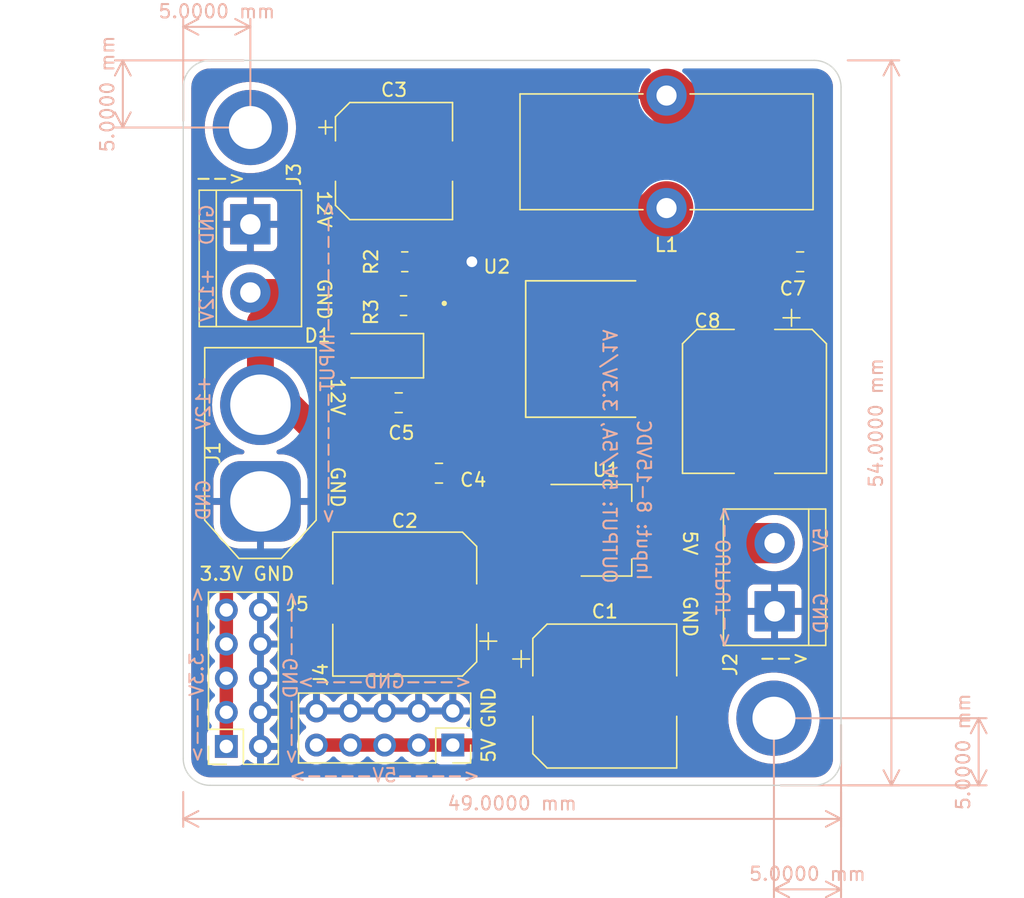
<source format=kicad_pcb>
(kicad_pcb (version 20211014) (generator pcbnew)
  (layers (0 "F.Cu" signal) (31 "B.Cu" signal) (34 "B.Paste" user) (35 "F.Paste" user) (36 "B.SilkS" user "B.Silkscreen") (37 "F.SilkS" user "F.Silkscreen") (38 "B.Mask" user) (39 "F.Mask" user) (44 "Edge.Cuts" user))
  (net 0 "")
  (net 1 "+5V")
  (net 2 "GND")
  (net 3 "+3.3V")
  (net 4 "+12V")
  (net 5 "Net-(C5-Pad2)")
  (net 6 "Net-(L1-Pad1)")
  (net 7 "Net-(R2-Pad2)")
  (footprint "Inductor_THT:L_Toroid_Vertical_L21.6mm_W8.4mm_P8.38mm_Pulse_G" (layer "F.Cu") (at 125 126 180)
    (fp_text reference "L1" (at 0 -2.75) (layer "F.SilkS"))
    (fp_text value "47uH/5A")
    (fp_line (start -10.915 8.5) (end -1.755 8.5) (layer "F.SilkS") (width 0.12))
    (fp_line (start 1.755 -0.12) (end 10.915 -0.12) (layer "F.SilkS") (width 0.12))
    (fp_line (start -10.915 -0.12) (end -10.915 8.5) (layer "F.SilkS") (width 0.12))
    (fp_line (start -10.915 -0.12) (end -1.755 -0.12) (layer "F.SilkS") (width 0.12))
    (fp_line (start 1.755 8.5) (end 10.915 8.5) (layer "F.SilkS") (width 0.12))
    (fp_line (start 10.915 -0.12) (end 10.915 8.5) (layer "F.SilkS") (width 0.12))
    (pad "1" thru_hole circle (at 0 0 180) (size 3 3) (drill 1.5) (layers *.Cu *.Mask) (net 6 "Net-(L1-Pad1)"))
    (pad "2" thru_hole circle (at 0 8.38 180) (size 3 3) (drill 1.5) (layers *.Cu *.Mask) (net 1 "+5V"))
  )
  (footprint "Diode_SMD:D_SMA" (layer "F.Cu") (at 103.5 137 180)
    (fp_text reference "D1" (at 4.5 1.5) (layer "F.SilkS"))
    (fp_text value "D_Schottky")
    (fp_line (start -3.4 -1.65) (end -3.4 1.65) (layer "F.SilkS") (width 0.12))
    (fp_line (start -3.4 -1.65) (end 2 -1.65) (layer "F.SilkS") (width 0.12))
    (fp_line (start -3.4 1.65) (end 2 1.65) (layer "F.SilkS") (width 0.12))
    (pad "1" smd rect (at -2 0 180) (size 2.5 1.8) (layers "F.Cu" "F.Paste" "F.Mask") (net 6 "Net-(L1-Pad1)"))
    (pad "2" smd rect (at 2 0 180) (size 2.5 1.8) (layers "F.Cu" "F.Paste" "F.Mask") (net 2 "GND"))
  )
  (footprint "Connector_PinSocket_2.54mm:PinSocket_2x05_P2.54mm_Vertical" (layer "F.Cu") (at 109.08 166 -90)
    (fp_text reference "J4" (at -5.25 9.83 90) (layer "F.SilkS"))
    (fp_text value "Conn_02x05_Odd_Even")
    (fp_line (start -3.87 -1.33) (end -1.27 -1.33) (layer "F.SilkS") (width 0.12))
    (fp_line (start 1.33 1.27) (end 1.33 11.49) (layer "F.SilkS") (width 0.12))
    (fp_line (start -3.87 11.49) (end 1.33 11.49) (layer "F.SilkS") (width 0.12))
    (fp_line (start -1.27 1.27) (end 1.33 1.27) (layer "F.SilkS") (width 0.12))
    (fp_line (start -1.27 -1.33) (end -1.27 1.27) (layer "F.SilkS") (width 0.12))
    (fp_line (start 0 -1.33) (end 1.33 -1.33) (layer "F.SilkS") (width 0.12))
    (fp_line (start -3.87 -1.33) (end -3.87 11.49) (layer "F.SilkS") (width 0.12))
    (fp_line (start 1.33 -1.33) (end 1.33 0) (layer "F.SilkS") (width 0.12))
    (pad "1" thru_hole rect (at 0 0 270) (size 1.7 1.7) (drill 1) (layers *.Cu *.Mask) (net 1 "+5V"))
    (pad "2" thru_hole oval (at -2.54 0 270) (size 1.7 1.7) (drill 1) (layers *.Cu *.Mask) (net 2 "GND"))
    (pad "3" thru_hole oval (at 0 2.54 270) (size 1.7 1.7) (drill 1) (layers *.Cu *.Mask) (net 1 "+5V"))
    (pad "4" thru_hole oval (at -2.54 2.54 270) (size 1.7 1.7) (drill 1) (layers *.Cu *.Mask) (net 2 "GND"))
    (pad "5" thru_hole oval (at 0 5.08 270) (size 1.7 1.7) (drill 1) (layers *.Cu *.Mask) (net 1 "+5V"))
    (pad "6" thru_hole oval (at -2.54 5.08 270) (size 1.7 1.7) (drill 1) (layers *.Cu *.Mask) (net 2 "GND"))
    (pad "7" thru_hole oval (at 0 7.62 270) (size 1.7 1.7) (drill 1) (layers *.Cu *.Mask) (net 1 "+5V"))
    (pad "8" thru_hole oval (at -2.54 7.62 270) (size 1.7 1.7) (drill 1) (layers *.Cu *.Mask) (net 2 "GND"))
    (pad "9" thru_hole oval (at 0 10.16 270) (size 1.7 1.7) (drill 1) (layers *.Cu *.Mask) (net 1 "+5V"))
    (pad "10" thru_hole oval (at -2.54 10.16 270) (size 1.7 1.7) (drill 1) (layers *.Cu *.Mask) (net 2 "GND"))
  )
  (footprint "Capacitor_SMD:C_0805_2012Metric" (layer "F.Cu") (at 108.05 145.75 180)
    (fp_text reference "C4" (at -2.55 -0.5 180) (layer "F.SilkS"))
    (fp_text value "105pF")
    (fp_line (start -0.261252 -0.735) (end 0.261252 -0.735) (layer "F.SilkS") (width 0.12))
    (fp_line (start -0.261252 0.735) (end 0.261252 0.735) (layer "F.SilkS") (width 0.12))
    (pad "1" smd roundrect (at -0.95 0 180) (size 1 1.45) (layers "F.Cu" "F.Paste" "F.Mask") (net 4 "+12V"))
    (pad "2" smd roundrect (at 0.95 0 180) (size 1 1.45) (layers "F.Cu" "F.Paste" "F.Mask") (net 2 "GND"))
  )
  (footprint "MountingHole:MountingHole_3.2mm_M3_DIN965_Pad_TopBottom" (layer "F.Cu") (at 94 120)
    (fp_text reference "REF**" hide)
    (fp_text value "MountingHole_3.2mm_M3_DIN965_Pad_TopBottom")
    (pad "1" thru_hole circle (at 0 0) (size 3.6 3.6) (drill 3.2) (layers F&B.Cu *.Mask))
    (pad "1" connect circle (at 0 0) (size 5.6 5.6) (layers "F.Cu" "F.Mask"))
    (pad "1" connect circle (at 0 0) (size 5.6 5.6) (layers "B.Cu" "B.Mask"))
  )
  (footprint "Connector_PinSocket_2.54mm:PinSocket_2x05_P2.54mm_Vertical" (layer "F.Cu") (at 92.21 166.1 180)
    (fp_text reference "J5" (at -5.29 10.6) (layer "F.SilkS"))
    (fp_text value "Conn_02x05_Odd_Even")
    (fp_line (start -3.87 11.49) (end 1.33 11.49) (layer "F.SilkS") (width 0.12))
    (fp_line (start -1.27 1.27) (end 1.33 1.27) (layer "F.SilkS") (width 0.12))
    (fp_line (start 1.33 -1.33) (end 1.33 0) (layer "F.SilkS") (width 0.12))
    (fp_line (start -3.87 -1.33) (end -3.87 11.49) (layer "F.SilkS") (width 0.12))
    (fp_line (start 0 -1.33) (end 1.33 -1.33) (layer "F.SilkS") (width 0.12))
    (fp_line (start -1.27 -1.33) (end -1.27 1.27) (layer "F.SilkS") (width 0.12))
    (fp_line (start 1.33 1.27) (end 1.33 11.49) (layer "F.SilkS") (width 0.12))
    (fp_line (start -3.87 -1.33) (end -1.27 -1.33) (layer "F.SilkS") (width 0.12))
    (pad "1" thru_hole rect (at 0 0 180) (size 1.7 1.7) (drill 1) (layers *.Cu *.Mask) (net 3 "+3.3V"))
    (pad "2" thru_hole oval (at -2.54 0 180) (size 1.7 1.7) (drill 1) (layers *.Cu *.Mask) (net 2 "GND"))
    (pad "3" thru_hole oval (at 0 2.54 180) (size 1.7 1.7) (drill 1) (layers *.Cu *.Mask) (net 3 "+3.3V"))
    (pad "4" thru_hole oval (at -2.54 2.54 180) (size 1.7 1.7) (drill 1) (layers *.Cu *.Mask) (net 2 "GND"))
    (pad "5" thru_hole oval (at 0 5.08 180) (size 1.7 1.7) (drill 1) (layers *.Cu *.Mask) (net 3 "+3.3V"))
    (pad "6" thru_hole oval (at -2.54 5.08 180) (size 1.7 1.7) (drill 1) (layers *.Cu *.Mask) (net 2 "GND"))
    (pad "7" thru_hole oval (at 0 7.62 180) (size 1.7 1.7) (drill 1) (layers *.Cu *.Mask) (net 3 "+3.3V"))
    (pad "8" thru_hole oval (at -2.54 7.62 180) (size 1.7 1.7) (drill 1) (layers *.Cu *.Mask) (net 2 "GND"))
    (pad "9" thru_hole oval (at 0 10.16 180) (size 1.7 1.7) (drill 1) (layers *.Cu *.Mask) (net 3 "+3.3V"))
    (pad "10" thru_hole oval (at -2.54 10.16 180) (size 1.7 1.7) (drill 1) (layers *.Cu *.Mask) (net 2 "GND"))
  )
  (footprint "Capacitor_SMD:CP_Elec_10x10.5" (layer "F.Cu") (at 120.4 162.35)
    (fp_text reference "C1" (at 0 -6.3) (layer "F.SilkS"))
    (fp_text value "330uF/25V")
    (fp_line (start 5.36 5.36) (end 5.36 1.51) (layer "F.SilkS") (width 0.12))
    (fp_line (start -5.36 4.295563) (end -5.36 1.51) (layer "F.SilkS") (width 0.12))
    (fp_line (start -5.36 -4.295563) (end -5.36 -1.51) (layer "F.SilkS") (width 0.12))
    (fp_line (start 5.36 -5.36) (end 5.36 -1.51) (layer "F.SilkS") (width 0.12))
    (fp_line (start -5.36 -4.295563) (end -4.295563 -5.36) (layer "F.SilkS") (width 0.12))
    (fp_line (start -6.225 -3.385) (end -6.225 -2.135) (layer "F.SilkS") (width 0.12))
    (fp_line (start -6.85 -2.76) (end -5.6 -2.76) (layer "F.SilkS") (width 0.12))
    (fp_line (start -4.295563 5.36) (end 5.36 5.36) (layer "F.SilkS") (width 0.12))
    (fp_line (start -4.295563 -5.36) (end 5.36 -5.36) (layer "F.SilkS") (width 0.12))
    (fp_line (start -5.36 4.295563) (end -4.295563 5.36) (layer "F.SilkS") (width 0.12))
    (pad "1" smd roundrect (at -4.2 0) (size 4.4 2.5) (layers "F.Cu" "F.Paste" "F.Mask") (roundrect_rratio 0.1) (net 1 "+5V"))
    (pad "2" smd roundrect (at 4.2 0) (size 4.4 2.5) (layers "F.Cu" "F.Paste" "F.Mask") (roundrect_rratio 0.1) (net 2 "GND"))
  )
  (footprint "Capacitor_SMD:C_0805_2012Metric" (layer "F.Cu") (at 105.05 140.5)
    (fp_text reference "C5" (at 0.2 2.25) (layer "F.SilkS"))
    (fp_text value "105pF")
    (fp_line (start -0.261252 -0.735) (end 0.261252 -0.735) (layer "F.SilkS") (width 0.12))
    (fp_line (start -0.261252 0.735) (end 0.261252 0.735) (layer "F.SilkS") (width 0.12))
    (pad "1" smd roundrect (at -0.95 0) (size 1 1.45) (layers "F.Cu" "F.Paste" "F.Mask") (net 4 "+12V"))
    (pad "2" smd roundrect (at 0.95 0) (size 1 1.45) (layers "F.Cu" "F.Paste" "F.Mask") (net 5 "Net-(C5-Pad2)"))
  )
  (footprint "MountingHole:MountingHole_3.2mm_M3_DIN965_Pad_TopBottom" (layer "F.Cu") (at 133 164)
    (fp_text reference "REF**" hide)
    (fp_text value "MountingHole_3.2mm_M3_DIN965_Pad_TopBottom")
    (pad "1" thru_hole circle (at 0 0) (size 3.6 3.6) (drill 3.2) (layers *.Cu *.Mask))
    (pad "1" connect circle (at 0 0) (size 5.6 5.6) (layers "F.Cu" "F.Mask"))
    (pad "1" connect circle (at 0 0) (size 5.6 5.6) (layers "B.Cu" "B.Mask"))
  )
  (footprint "Package_TO_SOT_SMD:SOT-223-3_TabPin2" (layer "F.Cu") (at 120.5 150)
    (fp_text reference "U1" (at 0 -4.5) (layer "F.SilkS"))
    (fp_text value "AMS1117")
    (fp_line (start 1.91 3.41) (end 1.91 2.15) (layer "F.SilkS") (width 0.12))
    (fp_line (start -1.85 3.41) (end 1.91 3.41) (layer "F.SilkS") (width 0.12))
    (fp_line (start 1.91 -3.41) (end 1.91 -2.15) (layer "F.SilkS") (width 0.12))
    (fp_line (start -4.1 -3.41) (end 1.91 -3.41) (layer "F.SilkS") (width 0.12))
    (pad "1" smd rect (at -3.15 -2.3) (size 2 1.5) (layers "F.Cu" "F.Paste" "F.Mask") (net 2 "GND"))
    (pad "2" smd rect (at -3.15 0) (size 2 1.5) (layers "F.Cu" "F.Paste" "F.Mask") (net 3 "+3.3V"))
    (pad "2" smd rect (at 3.15 0) (size 2 3.8) (layers "F.Cu" "F.Paste" "F.Mask") (net 3 "+3.3V"))
    (pad "3" smd rect (at -3.15 2.3) (size 2 1.5) (layers "F.Cu" "F.Paste" "F.Mask") (net 1 "+5V"))
  )
  (footprint "Capacitor_SMD:CP_Elec_8x10.5" (layer "F.Cu") (at 104.7 122.5)
    (fp_text reference "C3" (at 0 -5.3) (layer "F.SilkS"))
    (fp_text value "220uF/50V")
    (fp_line (start -4.36 -3.295563) (end -3.295563 -4.36) (layer "F.SilkS") (width 0.12))
    (fp_line (start -4.36 3.295563) (end -4.36 1.51) (layer "F.SilkS") (width 0.12))
    (fp_line (start -4.36 -3.295563) (end -4.36 -1.51) (layer "F.SilkS") (width 0.12))
    (fp_line (start -5.6 -2.51) (end -4.6 -2.51) (layer "F.SilkS") (width 0.12))
    (fp_line (start 4.36 4.36) (end 4.36 1.51) (layer "F.SilkS") (width 0.12))
    (fp_line (start 4.36 -4.36) (end 4.36 -1.51) (layer "F.SilkS") (width 0.12))
    (fp_line (start -3.295563 -4.36) (end 4.36 -4.36) (layer "F.SilkS") (width 0.12))
    (fp_line (start -3.295563 4.36) (end 4.36 4.36) (layer "F.SilkS") (width 0.12))
    (fp_line (start -4.36 3.295563) (end -3.295563 4.36) (layer "F.SilkS") (width 0.12))
    (fp_line (start -5.1 -3.01) (end -5.1 -2.01) (layer "F.SilkS") (width 0.12))
    (pad "1" smd roundrect (at -3.7 0) (size 4.4 2.5) (layers "F.Cu" "F.Paste" "F.Mask") (roundrect_rratio 0.1) (net 4 "+12V"))
    (pad "2" smd roundrect (at 3.7 0) (size 4.4 2.5) (layers "F.Cu" "F.Paste" "F.Mask") (roundrect_rratio 0.1) (net 2 "GND"))
  )
  (footprint "TerminalBlock:TerminalBlock_bornier-2_P5.08mm" (layer "F.Cu") (at 133.05 156.04 90)
    (fp_text reference "J2" (at -3.96 -3.3 90) (layer "F.SilkS"))
    (fp_text value "Screw_Terminal_01x02")
    (fp_line (start 7.62 -3.81) (end -2.54 -3.81) (layer "F.SilkS") (width 0.12))
    (fp_line (start -2.54 -3.81) (end -2.54 3.81) (layer "F.SilkS") (width 0.12))
    (fp_line (start 7.62 2.54) (end -2.54 2.54) (layer "F.SilkS") (width 0.12))
    (fp_line (start 7.62 3.81) (end 7.62 -3.81) (layer "F.SilkS") (width 0.12))
    (fp_line (start -2.54 3.81) (end 7.62 3.81) (layer "F.SilkS") (width 0.12))
    (pad "1" thru_hole rect (at 0 0 90) (size 3 3) (drill 1.52) (layers *.Cu *.Mask) (net 2 "GND"))
    (pad "2" thru_hole circle (at 5.08 0 90) (size 3 3) (drill 1.52) (layers *.Cu *.Mask) (net 1 "+5V"))
  )
  (footprint "TerminalBlock:TerminalBlock_bornier-2_P5.08mm" (layer "F.Cu") (at 94 127.21 -90)
    (fp_text reference "J3" (at -3.71 -3.25 90) (layer "F.SilkS"))
    (fp_text value "Screw_Terminal_01x02")
    (fp_line (start 7.62 3.81) (end 7.62 -3.81) (layer "F.SilkS") (width 0.12))
    (fp_line (start 7.62 2.54) (end -2.54 2.54) (layer "F.SilkS") (width 0.12))
    (fp_line (start -2.54 3.81) (end 7.62 3.81) (layer "F.SilkS") (width 0.12))
    (fp_line (start -2.54 -3.81) (end -2.54 3.81) (layer "F.SilkS") (width 0.12))
    (fp_line (start 7.62 -3.81) (end -2.54 -3.81) (layer "F.SilkS") (width 0.12))
    (pad "1" thru_hole rect (at 0 0 270) (size 3 3) (drill 1.52) (layers *.Cu *.Mask) (net 2 "GND"))
    (pad "2" thru_hole circle (at 5.08 0 270) (size 3 3) (drill 1.52) (layers *.Cu *.Mask) (net 4 "+12V"))
  )
  (footprint "xl4015:CONV_XL4015" (layer "F.Cu") (at 120.645 136.5)
    (fp_text reference "U2" (at -8.285 -6.135) (layer "F.SilkS"))
    (fp_text value "XL4015")
    (fp_line (start 2.05 5.08) (end -6.135 5.08) (layer "F.SilkS") (width 0.127))
    (fp_line (start -6.135 5.08) (end -6.135 -5.08) (layer "F.SilkS") (width 0.127))
    (fp_line (start -6.135 -5.08) (end 2.05 -5.08) (layer "F.SilkS") (width 0.127))
    (fp_circle (center -12.2 -3.4) (end -12.1 -3.4) (layer "F.SilkS") (width 0.2) (fill none))
    (pad "1" smd rect (at -10.335 -3.4 270) (size 1.07 2.16) (layers "F.Cu" "F.Paste" "F.Mask") (net 2 "GND"))
    (pad "2" smd rect (at -10.335 -1.7 270) (size 1.07 2.16) (layers "F.Cu" "F.Paste" "F.Mask") (net 7 "Net-(R2-Pad2)"))
    (pad "3" smd rect (at -10.335 0 270) (size 1.07 2.16) (layers "F.Cu" "F.Paste" "F.Mask") (net 6 "Net-(L1-Pad1)"))
    (pad "3.1" smd custom (at 0 0) (size 1.27 0.635) (layers "F.Cu") (net 6 "Net-(L1-Pad1)") (options (clearance outline) (anchor rect)) (primitives (gr_poly (pts (xy 3.835 -5.4) (xy 2.365 -5.4) (xy 2.365 -4.35) (xy -3.835 -4.35) (xy -3.835 4.35) (xy 2.365 4.35) (xy 2.365 5.4) (xy 3.835 5.4)) (width 0.01) (fill yes))))
    (pad "4" smd rect (at -10.335 1.7 270) (size 1.07 2.16) (layers "F.Cu" "F.Paste" "F.Mask") (net 5 "Net-(C5-Pad2)"))
    (pad "5" smd rect (at -10.335 3.4 270) (size 1.07 2.16) (layers "F.Cu" "F.Paste" "F.Mask") (net 4 "+12V"))
  )
  (footprint "Resistor_SMD:R_0805_2012Metric" (layer "F.Cu") (at 105.4125 133.265 180)
    (fp_text reference "R3" (at 2.4125 -0.485 90) (layer "F.SilkS"))
    (fp_text value "3.3k")
    (fp_line (start -0.227064 0.735) (end 0.227064 0.735) (layer "F.SilkS") (width 0.12))
    (fp_line (start -0.227064 -0.735) (end 0.227064 -0.735) (layer "F.SilkS") (width 0.12))
    (pad "1" smd roundrect (at -0.9125 0 180) (size 1.025 1.4) (layers "F.Cu" "F.Paste" "F.Mask") (roundrect_rratio 0.243902) (net 7 "Net-(R2-Pad2)"))
    (pad "2" smd roundrect (at 0.9125 0 180) (size 1.025 1.4) (layers "F.Cu" "F.Paste" "F.Mask") (roundrect_rratio 0.243902) (net 2 "GND"))
  )
  (footprint "Connector_AMASS:AMASS_XT60-F_1x02_P7.20mm_Vertical" (layer "F.Cu") (at 94.75 147.85 90)
    (fp_text reference "J1" (at 3.6 -3.5 90) (layer "F.SilkS"))
    (fp_text value "Screw_Terminal_01x02")
    (fp_line (start -4.25 -1.6) (end -4.25 1.55) (layer "F.SilkS") (width 0.12))
    (fp_line (start -1.4 4.15) (end 11.45 4.15) (layer "F.SilkS") (width 0.12))
    (fp_line (start 11.45 -4.15) (end -1.4 -4.15) (layer "F.SilkS") (width 0.12))
    (fp_line (start -4.25 1.55) (end -1.4 4.15) (layer "F.SilkS") (width 0.12))
    (fp_line (start 11.45 4.15) (end 11.45 -4.15) (layer "F.SilkS") (width 0.12))
    (fp_line (start -1.4 -4.15) (end -4.25 -1.6) (layer "F.SilkS") (width 0.12))
    (pad "1" thru_hole roundrect (at 0 0 90) (size 6 6) (drill 4.5) (layers *.Cu *.Mask) (net 2 "GND"))
    (pad "2" thru_hole circle (at 7.2 0 90) (size 6 6) (drill 4.5) (layers *.Cu *.Mask) (net 4 "+12V"))
  )
  (footprint "Capacitor_SMD:CP_Elec_10x10.5" (layer "F.Cu") (at 105.5 155.5 180)
    (fp_text reference "C2" (at 0 6.2) (layer "F.SilkS"))
    (fp_text value "330uF/25V")
    (fp_line (start 5.36 5.36) (end 5.36 1.51) (layer "F.SilkS") (width 0.12))
    (fp_line (start -5.36 -4.295563) (end -5.36 -1.51) (layer "F.SilkS") (width 0.12))
    (fp_line (start 5.36 -5.36) (end 5.36 -1.51) (layer "F.SilkS") (width 0.12))
    (fp_line (start -4.295563 -5.36) (end 5.36 -5.36) (layer "F.SilkS") (width 0.12))
    (fp_line (start -6.225 -3.385) (end -6.225 -2.135) (layer "F.SilkS") (width 0.12))
    (fp_line (start -4.295563 5.36) (end 5.36 5.36) (layer "F.SilkS") (width 0.12))
    (fp_line (start -6.85 -2.76) (end -5.6 -2.76) (layer "F.SilkS") (width 0.12))
    (fp_line (start -5.36 -4.295563) (end -4.295563 -5.36) (layer "F.SilkS") (width 0.12))
    (fp_line (start -5.36 4.295563) (end -4.295563 5.36) (layer "F.SilkS") (width 0.12))
    (fp_line (start -5.36 4.295563) (end -5.36 1.51) (layer "F.SilkS") (width 0.12))
    (pad "1" smd roundrect (at -4.2 0 180) (size 4.4 2.5) (layers "F.Cu" "F.Paste" "F.Mask") (roundrect_rratio 0.1) (net 3 "+3.3V"))
    (pad "2" smd roundrect (at 4.2 0 180) (size 4.4 2.5) (layers "F.Cu" "F.Paste" "F.Mask") (roundrect_rratio 0.1) (net 2 "GND"))
  )
  (footprint "Capacitor_SMD:CP_Elec_10x10.5" (layer "F.Cu") (at 131.55 140.4 -90)
    (fp_text reference "C8" (at -6 3.5 180) (layer "F.SilkS"))
    (fp_text value "330uF/25V")
    (fp_line (start -5.36 4.295563) (end -5.36 1.51) (layer "F.SilkS") (width 0.12))
    (fp_line (start -4.295563 -5.36) (end 5.36 -5.36) (layer "F.SilkS") (width 0.12))
    (fp_line (start -5.36 -4.295563) (end -5.36 -1.51) (layer "F.SilkS") (width 0.12))
    (fp_line (start -5.36 -4.295563) (end -4.295563 -5.36) (layer "F.SilkS") (width 0.12))
    (fp_line (start 5.36 5.36) (end 5.36 1.51) (layer "F.SilkS") (width 0.12))
    (fp_line (start 5.36 -5.36) (end 5.36 -1.51) (layer "F.SilkS") (width 0.12))
    (fp_line (start -6.85 -2.76) (end -5.6 -2.76) (layer "F.SilkS") (width 0.12))
    (fp_line (start -4.295563 5.36) (end 5.36 5.36) (layer "F.SilkS") (width 0.12))
    (fp_line (start -5.36 4.295563) (end -4.295563 5.36) (layer "F.SilkS") (width 0.12))
    (fp_line (start -6.225 -3.385) (end -6.225 -2.135) (layer "F.SilkS") (width 0.12))
    (pad "1" smd roundrect (at -4.2 0 270) (size 4.4 2.5) (layers "F.Cu" "F.Paste" "F.Mask") (roundrect_rratio 0.1) (net 1 "+5V"))
    (pad "2" smd roundrect (at 4.2 0 270) (size 4.4 2.5) (layers "F.Cu" "F.Paste" "F.Mask") (roundrect_rratio 0.1) (net 2 "GND"))
  )
  (footprint "Capacitor_SMD:C_0805_2012Metric" (layer "F.Cu") (at 134.95 130)
    (fp_text reference "C7" (at -0.55 2) (layer "F.SilkS"))
    (fp_text value "105pF")
    (fp_line (start -0.261252 -0.735) (end 0.261252 -0.735) (layer "F.SilkS") (width 0.12))
    (fp_line (start -0.261252 0.735) (end 0.261252 0.735) (layer "F.SilkS") (width 0.12))
    (pad "1" smd roundrect (at -0.95 0) (size 1 1.45) (layers "F.Cu" "F.Paste" "F.Mask") (net 1 "+5V"))
    (pad "2" smd roundrect (at 0.95 0) (size 1 1.45) (layers "F.Cu" "F.Paste" "F.Mask") (net 2 "GND"))
  )
  (footprint "Resistor_SMD:R_0805_2012Metric" (layer "F.Cu") (at 105.5 130 180)
    (fp_text reference "R2" (at 2.5 0 90) (layer "F.SilkS"))
    (fp_text value "10k")
    (fp_line (start -0.227064 0.735) (end 0.227064 0.735) (layer "F.SilkS") (width 0.12))
    (fp_line (start -0.227064 -0.735) (end 0.227064 -0.735) (layer "F.SilkS") (width 0.12))
    (pad "1" smd roundrect (at -0.9125 0 180) (size 1.025 1.4) (layers "F.Cu" "F.Paste" "F.Mask") (roundrect_rratio 0.243902) (net 1 "+5V"))
    (pad "2" smd roundrect (at 0.9125 0 180) (size 1.025 1.4) (layers "F.Cu" "F.Paste" "F.Mask") (roundrect_rratio 0.243902) (net 7 "Net-(R2-Pad2)"))
  )
  (gr_line (start 89 117) (end 89 167) (layer "Edge.Cuts") (width 0.1))
  (gr_arc (start 138 167) (mid 137.414214 168.414214) (end 136 169) (layer "Edge.Cuts") (width 0.1))
  (gr_arc (start 91 169) (mid 89.585786 168.414214) (end 89 167) (layer "Edge.Cuts") (width 0.1))
  (gr_line (start 138 117) (end 138 167) (layer "Edge.Cuts") (width 0.1))
  (gr_line (start 91 115) (end 136 115) (layer "Edge.Cuts") (width 0.1))
  (gr_arc (start 89 117) (mid 89.585786 115.585786) (end 91 115) (layer "Edge.Cuts") (width 0.1))
  (gr_arc (start 136 115) (mid 137.414214 115.585786) (end 138 117) (layer "Edge.Cuts") (width 0.1))
  (gr_line (start 91 169) (end 136 169) (layer "Edge.Cuts") (width 0.1))
  (gr_text "+12V" (at 90.5 140.5 90) (layer "B.SilkS") (effects (font (size 1 1)) (justify mirror)))
  (gr_text "<-OUTPUT->" (at 129.25 153.5 90) (layer "B.SilkS") (effects (font (size 1 1)) (justify mirror)))
  (gr_text "OUTPUT: 5V/5A, 3.3V/1A" (at 120.75 144.5 270) (layer "B.SilkS") (effects (font (size 1 1)) (justify mirror)))
  (gr_text "GND" (at 90.75 127.25 90) (layer "B.SilkS") (effects (font (size 1 1)) (justify mirror)))
  (gr_text "<-------INPUT------->\n" (at 99.75 137.5 90) (layer "B.SilkS") (effects (font (size 1 1)) (justify mirror)))
  (gr_text "<---GND--->" (at 97 161 90) (layer "B.SilkS") (effects (font (size 1 1)) (justify mirror)))
  (gr_text "<---3.3V--->" (at 90 160.75 90) (layer "B.SilkS") (effects (font (size 1 1)) (justify mirror)))
  (gr_text "GND" (at 90.5 147.75 90) (layer "B.SilkS") (effects (font (size 1 1)) (justify mirror)))
  (gr_text "+12V" (at 90.75 132.5 90) (layer "B.SilkS") (effects (font (size 1 1)) (justify mirror)))
  (gr_text "<----5V---->" (at 104 168.25) (layer "B.SilkS") (effects (font (size 1 1)) (justify mirror)))
  (gr_text "Input: 8-15VDC\n\n" (at 122.5 147.75 270) (layer "B.SilkS") (effects (font (size 1 1)) (justify mirror)))
  (gr_text "5V    GND" (at 136.5 153.75 -270) (layer "B.SilkS") (effects (font (size 1 1)) (justify mirror)))
  (gr_text "<---GND--->" (at 104 161.25) (layer "B.SilkS") (effects (font (size 1 1)) (justify mirror)))
  (gr_text "-->" (at 133.75 159.5) (layer "F.SilkS") (effects (font (size 1 1))))
  (gr_text "-->" (at 91.75 123.75) (layer "F.SilkS") (effects (font (size 1 1))))
  (gr_text "5V    GND" (at 126.75 154 270) (layer "F.SilkS") (effects (font (size 1 1))))
  (gr_text "12V     GND" (at 99.5 129.5 270) (layer "F.SilkS") (effects (font (size 1 1))))
  (gr_text "12V     GND" (at 100.5 143.5 270) (layer "F.SilkS") (effects (font (size 1 1))))
  (gr_text "5V GND" (at 111.75 164.5 90) (layer "F.SilkS") (effects (font (size 1 1))))
  (gr_text "3.3V GND\n" (at 93.75 153.25) (layer "F.SilkS") (effects (font (size 1 1))))
  (dimension (type aligned) (layer "B.SilkS") (pts (xy 89 169) (xy 138 169)) (height 2.5) (gr_text "49.0000 mm" (at 113.5 170.35) (layer "B.SilkS") (effects (font (size 1 1) (thickness 0.15)))) (format (units 3) (units_format 1) (precision 4)) (style (thickness 0.15) (arrow_length 1.27) (text_position_mode 0) (extension_height 0.58642) (extension_offset 0.5) keep_text_aligned))
  (dimension (type aligned) (layer "B.SilkS") (pts (xy 94 120) (xy 94 115)) (height -9.5) (gr_text "5.0000 mm" (at 83.35 117.5 90) (layer "B.SilkS") (effects (font (size 1 1) (thickness 0.15)))) (format (units 3) (units_format 1) (precision 4)) (style (thickness 0.15) (arrow_length 1.27) (text_position_mode 0) (extension_height 0.58642) (extension_offset 0.5) keep_text_aligned))
  (dimension (type aligned) (layer "B.SilkS") (pts (xy 94 120) (xy 89 120)) (height 7.5) (gr_text "5.0000 mm" (at 91.5 111.35) (layer "B.SilkS") (effects (font (size 1 1) (thickness 0.15)))) (format (units 3) (units_format 1) (precision 4)) (style (thickness 0.15) (arrow_length 1.27) (text_position_mode 0) (extension_height 0.58642) (extension_offset 0.5) keep_text_aligned))
  (dimension (type aligned) (layer "B.SilkS") (pts (xy 133 164) (xy 133 169)) (height -15.25) (gr_text "5.0000 mm" (at 147.1 166.5 90) (layer "B.SilkS") (effects (font (size 1 1) (thickness 0.15)))) (format (units 3) (units_format 1) (precision 4)) (style (thickness 0.15) (arrow_length 1.27) (text_position_mode 0) (extension_height 0.58642) (extension_offset 0.5) keep_text_aligned))
  (dimension (type aligned) (layer "B.SilkS") (pts (xy 133 164) (xy 138 164)) (height 12.75) (gr_text "5.0000 mm" (at 135.5 175.6) (layer "B.SilkS") (effects (font (size 1 1) (thickness 0.15)))) (format (units 3) (units_format 1) (precision 4)) (style (thickness 0.15) (arrow_length 1.27) (text_position_mode 0) (extension_height 0.58642) (extension_offset 0.5) keep_text_aligned))
  (dimension (type aligned) (layer "B.SilkS") (pts (xy 138 115) (xy 138 169)) (height -3.75) (gr_text "54.0000 mm" (at 140.6 142 90) (layer "B.SilkS") (effects (font (size 1 1) (thickness 0.15)))) (format (units 3) (units_format 1) (precision 4)) (style (thickness 0.15) (arrow_length 1.27) (text_position_mode 0) (extension_height 0.58642) (extension_offset 0.5) keep_text_aligned))
  (segment (start 116.63 117.62) (end 125 117.62) (width 0.5) (layer "F.Cu") (net 1))
  (segment (start 113 121.25) (end 116.63 117.62) (width 0.5) (layer "F.Cu") (net 1))
  (segment (start 125 117.62) (end 132 124.62) (width 4) (layer "F.Cu") (net 1))
  (segment (start 125.15 155.35) (end 117.35 155.35) (width 1) (layer "F.Cu") (net 1))
  (segment (start 129.54 150.96) (end 133.05 150.96) (width 1) (layer "F.Cu") (net 1))
  (segment (start 113 124.25) (end 113 121.25) (width 0.5) (layer "F.Cu") (net 1))
  (segment (start 106.4125 130) (end 107.25 130) (width 0.5) (layer "F.Cu") (net 1))
  (segment (start 131.55 136.2) (end 132.75 135) (width 3) (layer "F.Cu") (net 1))
  (segment (start 127.75 148.5) (end 130.21 150.96) (width 3) (layer "F.Cu") (net 1))
  (segment (start 129.54 150.96) (end 125.15 155.35) (width 1) (layer "F.Cu") (net 1))
  (segment (start 117.35 161.2) (end 116.2 162.35) (width 1) (layer "F.Cu") (net 1))
  (segment (start 131.55 136.2) (end 127.75 140) (width 3) (layer "F.Cu") (net 1))
  (segment (start 107.25 130) (end 113 124.25) (width 0.5) (layer "F.Cu") (net 1))
  (segment (start 117.35 152.3) (end 117.35 155.35) (width 1) (layer "F.Cu") (net 1))
  (segment (start 130.21 150.96) (end 133.05 150.96) (width 3) (layer "F.Cu") (net 1))
  (segment (start 127.75 140) (end 127.75 148.5) (width 3) (layer "F.Cu") (net 1))
  (segment (start 117.35 155.35) (end 117.35 161.2) (width 1) (layer "F.Cu") (net 1))
  (segment (start 112.55 166) (end 116.2 162.35) (width 1) (layer "F.Cu") (net 1))
  (segment (start 98.92 166) (end 112.55 166) (width 1) (layer "F.Cu") (net 1))
  (segment (start 132.75 125.37) (end 132 124.62) (width 3) (layer "F.Cu") (net 1))
  (segment (start 132.75 135) (end 132.75 125.37) (width 3) (layer "F.Cu") (net 1))
  (via (at 110.5 130) (size 1.4) (drill 0.8) (layers "F.Cu" "B.Cu") (net 2))
  (segment (start 117.35 150) (end 123.65 150) (width 1) (layer "F.Cu") (net 3))
  (segment (start 98.25 152.25) (end 110.75 152.25) (width 1) (layer "F.Cu") (net 3))
  (segment (start 113 150) (end 110.75 152.25) (width 1) (layer "F.Cu") (net 3))
  (segment (start 93 153.5) (end 97 153.5) (width 1) (layer "F.Cu") (net 3))
  (segment (start 97 153.5) (end 98.25 152.25) (width 1) (layer "F.Cu") (net 3))
  (segment (start 92.21 155.94) (end 92.21 166.1) (width 1) (layer "F.Cu") (net 3))
  (segment (start 92.21 154.29) (end 93 153.5) (width 1) (layer "F.Cu") (net 3))
  (segment (start 92.21 155.94) (end 92.21 154.29) (width 1) (layer "F.Cu") (net 3))
  (segment (start 110.75 152.25) (end 109.7 153.3) (width 1) (layer "F.Cu") (net 3))
  (segment (start 109.7 153.3) (end 109.7 155.5) (width 1) (layer "F.Cu") (net 3))
  (segment (start 117.35 150) (end 113 150) (width 1) (layer "F.Cu") (net 3))
  (segment (start 96.96 132.29) (end 94.75 134.5) (width 2) (layer "F.Cu") (net 4))
  (segment (start 108.75 143.25) (end 109 143) (width 2) (layer "F.Cu") (net 4))
  (segment (start 110.31 141.69) (end 110.31 140.085) (width 2) (layer "F.Cu") (net 4))
  (segment (start 101 122.5) (end 101 128.25) (width 2) (layer "F.Cu") (net 4))
  (segment (start 94.75 134.5) (end 94.75 140.65) (width 2) (layer "F.Cu") (net 4))
  (segment (start 96.9 140.65) (end 99.5 143.25) (width 2) (layer "F.Cu") (net 4))
  (segment (start 109 143) (end 110.31 141.69) (width 2) (layer "F.Cu") (net 4))
  (segment (start 99.5 143.25) (end 108.75 143.25) (width 2) (layer "F.Cu") (net 4))
  (segment (start 109 145.75) (end 109 143) (width 1) (layer "F.Cu") (net 4))
  (segment (start 104.1 142.65) (end 104 142.75) (width 1) (layer "F.Cu") (net 4))
  (segment (start 94.75 140.65) (end 96.9 140.65) (width 2) (layer "F.Cu") (net 4))
  (segment (start 104.1 140.5) (end 104.1 142.65) (width 1) (layer "F.Cu") (net 4))
  (segment (start 101 128.25) (end 96.96 132.29) (width 2) (layer "F.Cu") (net 4))
  (segment (start 96.96 132.29) (end 94 132.29) (width 2) (layer "F.Cu") (net 4))
  (segment (start 106.25 140.5) (end 106 140.5) (width 1) (layer "F.Cu") (net 5))
  (segment (start 108.55 138.2) (end 106.25 140.5) (width 1) (layer "F.Cu") (net 5))
  (segment (start 110.31 138.2) (end 108.55 138.2) (width 1) (layer "F.Cu") (net 5))
  (segment (start 110.31 136.5) (end 106 136.5) (width 1) (layer "F.Cu") (net 6))
  (segment (start 106 136.5) (end 105.5 137) (width 1) (layer "F.Cu") (net 6))
  (segment (start 120.645 136.5) (end 120.645 130.355) (width 4) (layer "F.Cu") (net 6))
  (segment (start 120.645 130.355) (end 125 126) (width 4) (layer "F.Cu") (net 6))
  (segment (start 110.31 136.5) (end 120.645 136.5) (width 1) (layer "F.Cu") (net 6))
  (segment (start 106.325 131.825) (end 106.325 133.265) (width 0.5) (layer "F.Cu") (net 7))
  (segment (start 104.5875 131.0875) (end 105 131.5) (width 0.5) (layer "F.Cu") (net 7))
  (segment (start 106.325 133.265) (end 106.325 133.325) (width 0.5) (layer "F.Cu") (net 7))
  (segment (start 107.8 134.8) (end 110.31 134.8) (width 0.5) (layer "F.Cu") (net 7))
  (segment (start 106.325 133.325) (end 107.8 134.8) (width 0.5) (layer "F.Cu") (net 7))
  (segment (start 106 131.5) (end 106.325 131.825) (width 0.5) (layer "F.Cu") (net 7))
  (segment (start 105 131.5) (end 106 131.5) (width 0.5) (layer "F.Cu") (net 7))
  (segment (start 104.5875 130) (end 104.5875 131.0875) (width 0.5) (layer "F.Cu") (net 7))
  (zone (net 0) (net_name "") (layer "F.Cu") (connect_pads (clearance 0)) (min_thickness 0.26)
    (keepout (tracks allowed) (vias allowed) (pads allowed) (copperpour not_allowed) (footprints allowed))
    (fill (thermal_gap 0.508) (thermal_bridge_width 0.508))
    (polygon (pts (xy 136.5 128) (xy 128 128) (xy 125.5 130.5) (xy 125.5 143.5) (xy 112 143.5) (xy 112 115.5) (xy 136.5 115.5)))
  )
  (zone (net 2) (net_name "GND") (layers F&B.Cu) (connect_pads (clearance 0.6)) (min_thickness 0.35) (fill yes (thermal_gap 0.508) (thermal_bridge_width 0.508))
    (polygon (pts (xy 138 169) (xy 89 169) (xy 89 115) (xy 138 115)))
  )
)
</source>
